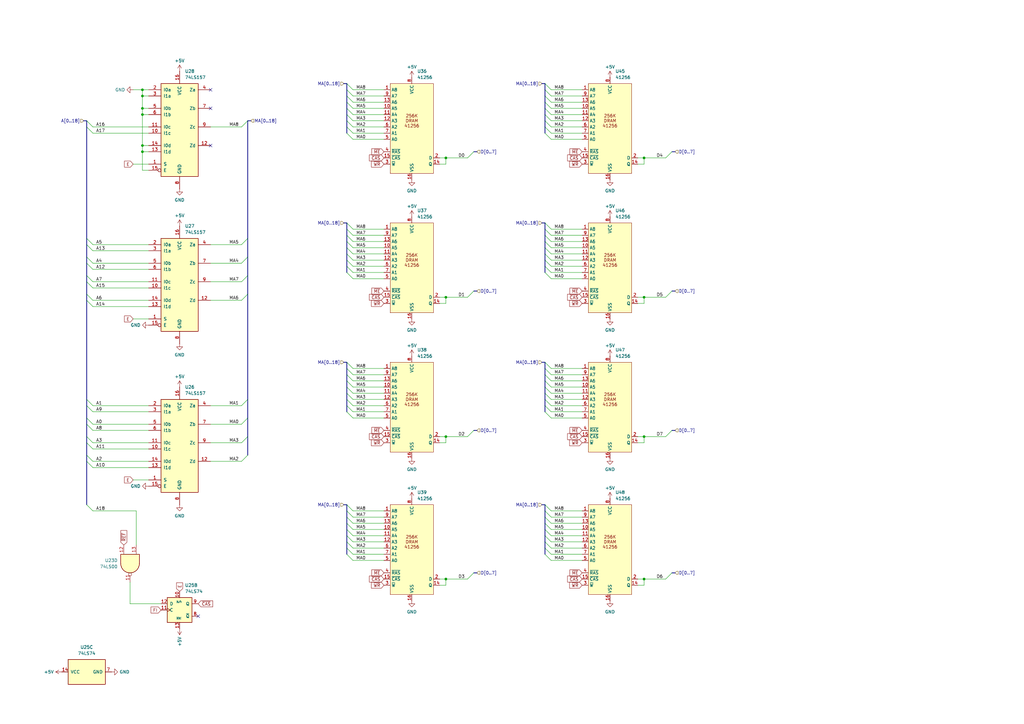
<source format=kicad_sch>
(kicad_sch (version 20231120) (generator "eeschema") (generator_version "8.0")
  (paper "A3")
  (lib_symbols
    (symbol "74xx:74LS00" (pin_names (offset 1.016))
      (property "Reference" "U" (at 0 1.27 0))
      (property "Value" "74LS00" (at 0 -1.27 0))
      (symbol "74LS00_1_1"
        (arc (start 0 -3.81) (mid 3.7934 0) (end 0 3.81) (stroke (width 0.254)) (fill (type background)))
        (polyline (pts (xy 0 3.81) (xy -3.81 3.81) (xy -3.81 -3.81) (xy 0 -3.81)) (stroke (width 0.254)) (fill (type background)))
        (pin input line (at -7.62 2.54 0) (length 3.81) (name "~") (number "1"))
        (pin input line (at -7.62 -2.54 0) (length 3.81) (name "~") (number "2"))
        (pin output inverted (at 7.62 0 180) (length 3.81) (name "~") (number "3"))
      )
      (symbol "74LS00_1_2"
        (arc (start -3.81 -3.81) (mid -2.589 0) (end -3.81 3.81) (stroke (width 0.254)))
        (arc (start -0.6096 -3.81) (mid 2.1842 -2.5851) (end 3.81 0) (stroke (width 0.254)) (fill (type background)))
        (polyline (pts (xy -3.81 -3.81) (xy -0.635 -3.81)) (stroke (width 0.254)) (fill (type background)))
        (polyline (pts (xy -3.81 3.81) (xy -0.635 3.81)) (stroke (width 0.254)) (fill (type background)))
        (polyline (pts (xy -0.635 3.81) (xy -3.81 3.81) (xy -3.81 3.81) (xy -3.556 3.4036) (xy -3.0226 2.2606) (xy -2.6924 1.0414) (xy -2.6162 -0.254) (xy -2.7686 -1.4986) (xy -3.175 -2.7178) (xy -3.81 -3.81) (xy -3.81 -3.81) (xy -0.635 -3.81)) (stroke (width -25.4)) (fill (type background)))
        (arc (start 3.81 0) (mid 2.1915 2.5936) (end -0.6096 3.81) (stroke (width 0.254)) (fill (type background)))
        (pin input inverted (at -7.62 2.54 0) (length 4.318) (name "~") (number "1"))
        (pin input inverted (at -7.62 -2.54 0) (length 4.318) (name "~") (number "2"))
        (pin output line (at 7.62 0 180) (length 3.81) (name "~") (number "3"))
      )
      (symbol "74LS00_2_1"
        (arc (start 0 -3.81) (mid 3.7934 0) (end 0 3.81) (stroke (width 0.254)) (fill (type background)))
        (polyline (pts (xy 0 3.81) (xy -3.81 3.81) (xy -3.81 -3.81) (xy 0 -3.81)) (stroke (width 0.254)) (fill (type background)))
        (pin input line (at -7.62 2.54 0) (length 3.81) (name "~") (number "4"))
        (pin input line (at -7.62 -2.54 0) (length 3.81) (name "~") (number "5"))
        (pin output inverted (at 7.62 0 180) (length 3.81) (name "~") (number "6"))
      )
      (symbol "74LS00_2_2"
        (arc (start -3.81 -3.81) (mid -2.589 0) (end -3.81 3.81) (stroke (width 0.254)))
        (arc (start -0.6096 -3.81) (mid 2.1842 -2.5851) (end 3.81 0) (stroke (width 0.254)) (fill (type background)))
        (polyline (pts (xy -3.81 -3.81) (xy -0.635 -3.81)) (stroke (width 0.254)) (fill (type background)))
        (polyline (pts (xy -3.81 3.81) (xy -0.635 3.81)) (stroke (width 0.254)) (fill (type background)))
        (polyline (pts (xy -0.635 3.81) (xy -3.81 3.81) (xy -3.81 3.81) (xy -3.556 3.4036) (xy -3.0226 2.2606) (xy -2.6924 1.0414) (xy -2.6162 -0.254) (xy -2.7686 -1.4986) (xy -3.175 -2.7178) (xy -3.81 -3.81) (xy -3.81 -3.81) (xy -0.635 -3.81)) (stroke (width -25.4)) (fill (type background)))
        (arc (start 3.81 0) (mid 2.1915 2.5936) (end -0.6096 3.81) (stroke (width 0.254)) (fill (type background)))
        (pin input inverted (at -7.62 2.54 0) (length 4.318) (name "~") (number "4"))
        (pin input inverted (at -7.62 -2.54 0) (length 4.318) (name "~") (number "5"))
        (pin output line (at 7.62 0 180) (length 3.81) (name "~") (number "6"))
      )
      (symbol "74LS00_3_1"
        (arc (start 0 -3.81) (mid 3.7934 0) (end 0 3.81) (stroke (width 0.254)) (fill (type background)))
        (polyline (pts (xy 0 3.81) (xy -3.81 3.81) (xy -3.81 -3.81) (xy 0 -3.81)) (stroke (width 0.254)) (fill (type background)))
        (pin input line (at -7.62 -2.54 0) (length 3.81) (name "~") (number "10"))
        (pin output inverted (at 7.62 0 180) (length 3.81) (name "~") (number "8"))
        (pin input line (at -7.62 2.54 0) (length 3.81) (name "~") (number "9"))
      )
      (symbol "74LS00_3_2"
        (arc (start -3.81 -3.81) (mid -2.589 0) (end -3.81 3.81) (stroke (width 0.254)))
        (arc (start -0.6096 -3.81) (mid 2.1842 -2.5851) (end 3.81 0) (stroke (width 0.254)) (fill (type background)))
        (polyline (pts (xy -3.81 -3.81) (xy -0.635 -3.81)) (stroke (width 0.254)) (fill (type background)))
        (polyline (pts (xy -3.81 3.81) (xy -0.635 3.81)) (stroke (width 0.254)) (fill (type background)))
        (polyline (pts (xy -0.635 3.81) (xy -3.81 3.81) (xy -3.81 3.81) (xy -3.556 3.4036) (xy -3.0226 2.2606) (xy -2.6924 1.0414) (xy -2.6162 -0.254) (xy -2.7686 -1.4986) (xy -3.175 -2.7178) (xy -3.81 -3.81) (xy -3.81 -3.81) (xy -0.635 -3.81)) (stroke (width -25.4)) (fill (type background)))
        (arc (start 3.81 0) (mid 2.1915 2.5936) (end -0.6096 3.81) (stroke (width 0.254)) (fill (type background)))
        (pin input inverted (at -7.62 -2.54 0) (length 4.318) (name "~") (number "10"))
        (pin output line (at 7.62 0 180) (length 3.81) (name "~") (number "8"))
        (pin input inverted (at -7.62 2.54 0) (length 4.318) (name "~") (number "9"))
      )
      (symbol "74LS00_4_1"
        (arc (start 0 -3.81) (mid 3.7934 0) (end 0 3.81) (stroke (width 0.254)) (fill (type background)))
        (polyline (pts (xy 0 3.81) (xy -3.81 3.81) (xy -3.81 -3.81) (xy 0 -3.81)) (stroke (width 0.254)) (fill (type background)))
        (pin output inverted (at 7.62 0 180) (length 3.81) (name "~") (number "11"))
        (pin input line (at -7.62 2.54 0) (length 3.81) (name "~") (number "12"))
        (pin input line (at -7.62 -2.54 0) (length 3.81) (name "~") (number "13"))
      )
      (symbol "74LS00_4_2"
        (arc (start -3.81 -3.81) (mid -2.589 0) (end -3.81 3.81) (stroke (width 0.254)))
        (arc (start -0.6096 -3.81) (mid 2.1842 -2.5851) (end 3.81 0) (stroke (width 0.254)) (fill (type background)))
        (polyline (pts (xy -3.81 -3.81) (xy -0.635 -3.81)) (stroke (width 0.254)) (fill (type background)))
        (polyline (pts (xy -3.81 3.81) (xy -0.635 3.81)) (stroke (width 0.254)) (fill (type background)))
        (polyline (pts (xy -0.635 3.81) (xy -3.81 3.81) (xy -3.81 3.81) (xy -3.556 3.4036) (xy -3.0226 2.2606) (xy -2.6924 1.0414) (xy -2.6162 -0.254) (xy -2.7686 -1.4986) (xy -3.175 -2.7178) (xy -3.81 -3.81) (xy -3.81 -3.81) (xy -0.635 -3.81)) (stroke (width -25.4)) (fill (type background)))
        (arc (start 3.81 0) (mid 2.1915 2.5936) (end -0.6096 3.81) (stroke (width 0.254)) (fill (type background)))
        (pin output line (at 7.62 0 180) (length 3.81) (name "~") (number "11"))
        (pin input inverted (at -7.62 2.54 0) (length 4.318) (name "~") (number "12"))
        (pin input inverted (at -7.62 -2.54 0) (length 4.318) (name "~") (number "13"))
      )
      (symbol "74LS00_5_0"
        (pin power_in line (at 0 12.7 270) (length 5.08) (name "VCC") (number "14"))
        (pin power_in line (at 0 -12.7 90) (length 5.08) (name "GND") (number "7"))
      )
      (symbol "74LS00_5_1"
        (rectangle (start -5.08 7.62) (end 5.08 -7.62) (stroke (width 0.254)) (fill (type background)))
      )
    )
    (symbol "74xx:74LS157" (pin_names (offset 1.016))
      (property "Reference" "U" (at -7.62 19.05 0))
      (property "Value" "74LS157" (at -7.62 -21.59 0))
      (symbol "74LS157_1_0"
        (pin input line (at -12.7 -15.24 0) (length 5.08) (name "S") (number "1"))
        (pin input line (at -12.7 -2.54 0) (length 5.08) (name "I1c") (number "10"))
        (pin input line (at -12.7 0 0) (length 5.08) (name "I0c") (number "11"))
        (pin output line (at 12.7 -7.62 180) (length 5.08) (name "Zd") (number "12"))
        (pin input line (at -12.7 -10.16 0) (length 5.08) (name "I1d") (number "13"))
        (pin input line (at -12.7 -7.62 0) (length 5.08) (name "I0d") (number "14"))
        (pin input inverted (at -12.7 -17.78 0) (length 5.08) (name "E") (number "15"))
        (pin power_in line (at 0 22.86 270) (length 5.08) (name "VCC") (number "16"))
        (pin input line (at -12.7 15.24 0) (length 5.08) (name "I0a") (number "2"))
        (pin input line (at -12.7 12.7 0) (length 5.08) (name "I1a") (number "3"))
        (pin output line (at 12.7 15.24 180) (length 5.08) (name "Za") (number "4"))
        (pin input line (at -12.7 7.62 0) (length 5.08) (name "I0b") (number "5"))
        (pin input line (at -12.7 5.08 0) (length 5.08) (name "I1b") (number "6"))
        (pin output line (at 12.7 7.62 180) (length 5.08) (name "Zb") (number "7"))
        (pin power_in line (at 0 -25.4 90) (length 5.08) (name "GND") (number "8"))
        (pin output line (at 12.7 0 180) (length 5.08) (name "Zc") (number "9"))
      )
      (symbol "74LS157_1_1"
        (rectangle (start -7.62 17.78) (end 7.62 -20.32) (stroke (width 0.254)) (fill (type background)))
      )
    )
    (symbol "74xx:74LS74" (pin_names (offset 1.016))
      (property "Reference" "U" (at -7.62 8.89 0))
      (property "Value" "74LS74" (at -7.62 -8.89 0))
      (symbol "74LS74_1_0"
        (pin input line (at 0 -7.62 90) (length 2.54) (name "~{R}") (number "1"))
        (pin input line (at -7.62 2.54 0) (length 2.54) (name "D") (number "2"))
        (pin input clock (at -7.62 0 0) (length 2.54) (name "C") (number "3"))
        (pin input line (at 0 7.62 270) (length 2.54) (name "~{S}") (number "4"))
        (pin output line (at 7.62 2.54 180) (length 2.54) (name "Q") (number "5"))
        (pin output line (at 7.62 -2.54 180) (length 2.54) (name "~{Q}") (number "6"))
      )
      (symbol "74LS74_1_1"
        (rectangle (start -5.08 5.08) (end 5.08 -5.08) (stroke (width 0.254)) (fill (type background)))
      )
      (symbol "74LS74_2_0"
        (pin input line (at 0 7.62 270) (length 2.54) (name "~{S}") (number "10"))
        (pin input clock (at -7.62 0 0) (length 2.54) (name "C") (number "11"))
        (pin input line (at -7.62 2.54 0) (length 2.54) (name "D") (number "12"))
        (pin input line (at 0 -7.62 90) (length 2.54) (name "~{R}") (number "13"))
        (pin output line (at 7.62 -2.54 180) (length 2.54) (name "~{Q}") (number "8"))
        (pin output line (at 7.62 2.54 180) (length 2.54) (name "Q") (number "9"))
      )
      (symbol "74LS74_2_1"
        (rectangle (start -5.08 5.08) (end 5.08 -5.08) (stroke (width 0.254)) (fill (type background)))
      )
      (symbol "74LS74_3_0"
        (pin power_in line (at 0 10.16 270) (length 2.54) (name "VCC") (number "14"))
        (pin power_in line (at 0 -10.16 90) (length 2.54) (name "GND") (number "7"))
      )
      (symbol "74LS74_3_1"
        (rectangle (start -5.08 7.62) (end 5.08 -7.62) (stroke (width 0.254)) (fill (type background)))
      )
    )
    (symbol "TIM011:41256"
      (property "Reference" "U" (at 0 -3.81 0))
      (property "Value" "41256" (at 0 -6.35 0))
      (symbol "41256_0_0"
        (pin input line (at -11.43 7.62 0) (length 2.54) (name "A5") (number "10"))
        (pin input line (at -11.43 5.08 0) (length 2.54) (name "A4") (number "11"))
        (pin input line (at -11.43 2.54 0) (length 2.54) (name "A3") (number "12"))
        (pin input line (at -11.43 10.16 0) (length 2.54) (name "A6") (number "13"))
        (pin power_in line (at 0 -21.59 90) (length 2.54) (name "VSS") (number "16"))
        (pin input line (at -11.43 -10.16 0) (length 2.54) (name "~{RAS}") (number "4"))
        (pin input line (at -11.43 -5.08 0) (length 2.54) (name "A0") (number "5"))
        (pin input line (at -11.43 0 0) (length 2.54) (name "A2") (number "6"))
        (pin input line (at -11.43 -2.54 0) (length 2.54) (name "A1") (number "7"))
        (pin power_in line (at 0 20.32 270) (length 2.54) (name "VCC") (number "8"))
        (pin input line (at -11.43 12.7 0) (length 2.54) (name "A7") (number "9"))
      )
      (symbol "41256_1_0"
        (pin input line (at -11.43 15.24 0) (length 2.54) (name "A8") (number "1"))
        (pin passive line (at 11.43 -15.24 180) (length 2.54) (name "Q") (number "14"))
        (pin input line (at -11.43 -12.7 0) (length 2.54) (name "~{CAS}") (number "15"))
        (pin input line (at 11.43 -12.7 180) (length 2.54) (name "D") (number "2"))
        (pin input line (at -11.43 -15.24 0) (length 2.54) (name "~{W}") (number "3"))
      )
      (symbol "41256_1_1"
        (rectangle (start -8.89 17.78) (end 8.89 -19.05) (fill (type background)))
        (text "256K\nDRAM\n41256" (at 0 2.54 0) (effects (font (size 1.27 1.27))))
      )
    )
    (symbol "power:+5V" (power) (pin_numbers hide) (pin_names (offset 0) hide)
      (property "Value" "+5V" (at 0 3.556 0))
      (symbol "+5V_0_1"
        (polyline (pts (xy -0.762 1.27) (xy 0 2.54)))
        (polyline (pts (xy 0 0) (xy 0 2.54)))
        (polyline (pts (xy 0 2.54) (xy 0.762 1.27)))
      )
      (symbol "+5V_1_1"
        (pin power_in line (at 0 0 90) (length 0) (name "~") (number "1"))
      )
    )
    (symbol "power:GND" (power) (pin_numbers hide) (pin_names (offset 0) hide)
      (property "Value" "GND" (at 0 -3.81 0))
      (symbol "GND_0_1"
        (polyline (pts (xy 0 0) (xy 0 -1.27) (xy 1.27 -1.27) (xy 0 -2.54) (xy -1.27 -1.27) (xy 0 -1.27)))
      )
      (symbol "GND_1_1"
        (pin power_in line (at 0 0 270) (length 0) (name "~") (number "1"))
      )
    )
  )
  (junction (at 58.42 36.83))
  (junction (at 58.42 44.45))
  (junction (at 182.88 237.49))
  (junction (at 182.88 121.92))
  (junction (at 58.42 46.99))
  (junction (at 58.42 62.23))
  (junction (at 264.16 179.07))
  (junction (at 58.42 39.37))
  (junction (at 264.16 237.49))
  (junction (at 182.88 179.07))
  (junction (at 182.88 64.77))
  (junction (at 264.16 121.92))
  (junction (at 264.16 64.77))
  (junction (at 58.42 59.69))
  (no_connect (at 86.36 36.83))
  (no_connect (at 81.28 252.73))
  (no_connect (at 86.36 59.69))
  (no_connect (at 86.36 44.45))
  (bus_entry (at 144.78 109.22) (size -2.54 -2.54))
  (bus_entry (at 226.06 36.83) (size -2.54 -2.54))
  (bus_entry (at 226.06 106.68) (size -2.54 -2.54))
  (bus_entry (at 144.78 227.33) (size -2.54 -2.54))
  (bus_entry (at 144.78 46.99) (size -2.54 -2.54))
  (bus_entry (at 144.78 114.3) (size -2.54 -2.54))
  (bus_entry (at 273.05 64.77) (size 2.54 -2.54))
  (bus_entry (at 226.06 44.45) (size -2.54 -2.54))
  (bus_entry (at 144.78 36.83) (size -2.54 -2.54))
  (bus_entry (at 226.06 163.83) (size -2.54 -2.54))
  (bus_entry (at 99.06 181.61) (size 2.54 -2.54))
  (bus_entry (at 191.77 64.77) (size 2.54 -2.54))
  (bus_entry (at 144.78 52.07) (size -2.54 -2.54))
  (bus_entry (at 144.78 168.91) (size -2.54 -2.54))
  (bus_entry (at 35.56 100.33) (size 2.54 2.54))
  (bus_entry (at 144.78 151.13) (size -2.54 -2.54))
  (bus_entry (at 144.78 222.25) (size -2.54 -2.54))
  (bus_entry (at 99.06 107.95) (size 2.54 -2.54))
  (bus_entry (at 226.06 171.45) (size -2.54 -2.54))
  (bus_entry (at 144.78 166.37) (size -2.54 -2.54))
  (bus_entry (at 144.78 54.61) (size -2.54 -2.54))
  (bus_entry (at 35.56 207.01) (size 2.54 2.54))
  (bus_entry (at 226.06 54.61) (size -2.54 -2.54))
  (bus_entry (at 226.06 224.79) (size -2.54 -2.54))
  (bus_entry (at 226.06 222.25) (size -2.54 -2.54))
  (bus_entry (at 273.05 121.92) (size 2.54 -2.54))
  (bus_entry (at 144.78 104.14) (size -2.54 -2.54))
  (bus_entry (at 99.06 100.33) (size 2.54 -2.54))
  (bus_entry (at 99.06 189.23) (size 2.54 -2.54))
  (bus_entry (at 35.56 181.61) (size 2.54 2.54))
  (bus_entry (at 35.56 173.99) (size 2.54 2.54))
  (bus_entry (at 226.06 104.14) (size -2.54 -2.54))
  (bus_entry (at 226.06 168.91) (size -2.54 -2.54))
  (bus_entry (at 226.06 209.55) (size -2.54 -2.54))
  (bus_entry (at 226.06 109.22) (size -2.54 -2.54))
  (bus_entry (at 144.78 161.29) (size -2.54 -2.54))
  (bus_entry (at 191.77 121.92) (size 2.54 -2.54))
  (bus_entry (at 226.06 39.37) (size -2.54 -2.54))
  (bus_entry (at 226.06 96.52) (size -2.54 -2.54))
  (bus_entry (at 144.78 217.17) (size -2.54 -2.54))
  (bus_entry (at 226.06 46.99) (size -2.54 -2.54))
  (bus_entry (at 144.78 158.75) (size -2.54 -2.54))
  (bus_entry (at 35.56 49.53) (size 2.54 2.54))
  (bus_entry (at 35.56 120.65) (size 2.54 2.54))
  (bus_entry (at 144.78 93.98) (size -2.54 -2.54))
  (bus_entry (at 144.78 106.68) (size -2.54 -2.54))
  (bus_entry (at 99.06 123.19) (size 2.54 -2.54))
  (bus_entry (at 144.78 163.83) (size -2.54 -2.54))
  (bus_entry (at 226.06 114.3) (size -2.54 -2.54))
  (bus_entry (at 226.06 219.71) (size -2.54 -2.54))
  (bus_entry (at 144.78 214.63) (size -2.54 -2.54))
  (bus_entry (at 144.78 219.71) (size -2.54 -2.54))
  (bus_entry (at 35.56 97.79) (size 2.54 2.54))
  (bus_entry (at 191.77 179.07) (size 2.54 -2.54))
  (bus_entry (at 226.06 99.06) (size -2.54 -2.54))
  (bus_entry (at 99.06 166.37) (size 2.54 -2.54))
  (bus_entry (at 35.56 105.41) (size 2.54 2.54))
  (bus_entry (at 35.56 166.37) (size 2.54 2.54))
  (bus_entry (at 226.06 156.21) (size -2.54 -2.54))
  (bus_entry (at 226.06 111.76) (size -2.54 -2.54))
  (bus_entry (at 226.06 153.67) (size -2.54 -2.54))
  (bus_entry (at 35.56 163.83) (size 2.54 2.54))
  (bus_entry (at 99.06 173.99) (size 2.54 -2.54))
  (bus_entry (at 35.56 186.69) (size 2.54 2.54))
  (bus_entry (at 35.56 107.95) (size 2.54 2.54))
  (bus_entry (at 191.77 237.49) (size 2.54 -2.54))
  (bus_entry (at 144.78 209.55) (size -2.54 -2.54))
  (bus_entry (at 226.06 229.87) (size -2.54 -2.54))
  (bus_entry (at 35.56 189.23) (size 2.54 2.54))
  (bus_entry (at 144.78 212.09) (size -2.54 -2.54))
  (bus_entry (at 99.06 52.07) (size 2.54 -2.54))
  (bus_entry (at 226.06 93.98) (size -2.54 -2.54))
  (bus_entry (at 144.78 156.21) (size -2.54 -2.54))
  (bus_entry (at 99.06 115.57) (size 2.54 -2.54))
  (bus_entry (at 226.06 57.15) (size -2.54 -2.54))
  (bus_entry (at 226.06 227.33) (size -2.54 -2.54))
  (bus_entry (at 144.78 224.79) (size -2.54 -2.54))
  (bus_entry (at 35.56 171.45) (size 2.54 2.54))
  (bus_entry (at 226.06 52.07) (size -2.54 -2.54))
  (bus_entry (at 144.78 41.91) (size -2.54 -2.54))
  (bus_entry (at 144.78 39.37) (size -2.54 -2.54))
  (bus_entry (at 226.06 212.09) (size -2.54 -2.54))
  (bus_entry (at 273.05 179.07) (size 2.54 -2.54))
  (bus_entry (at 226.06 217.17) (size -2.54 -2.54))
  (bus_entry (at 35.56 179.07) (size 2.54 2.54))
  (bus_entry (at 35.56 123.19) (size 2.54 2.54))
  (bus_entry (at 144.78 229.87) (size -2.54 -2.54))
  (bus_entry (at 226.06 161.29) (size -2.54 -2.54))
  (bus_entry (at 35.56 52.07) (size 2.54 2.54))
  (bus_entry (at 226.06 214.63) (size -2.54 -2.54))
  (bus_entry (at 144.78 57.15) (size -2.54 -2.54))
  (bus_entry (at 226.06 151.13) (size -2.54 -2.54))
  (bus_entry (at 226.06 158.75) (size -2.54 -2.54))
  (bus_entry (at 35.56 113.03) (size 2.54 2.54))
  (bus_entry (at 35.56 115.57) (size 2.54 2.54))
  (bus_entry (at 144.78 49.53) (size -2.54 -2.54))
  (bus_entry (at 144.78 153.67) (size -2.54 -2.54))
  (bus_entry (at 226.06 166.37) (size -2.54 -2.54))
  (bus_entry (at 226.06 41.91) (size -2.54 -2.54))
  (bus_entry (at 144.78 99.06) (size -2.54 -2.54))
  (bus_entry (at 144.78 111.76) (size -2.54 -2.54))
  (bus_entry (at 144.78 101.6) (size -2.54 -2.54))
  (bus_entry (at 144.78 96.52) (size -2.54 -2.54))
  (bus_entry (at 144.78 44.45) (size -2.54 -2.54))
  (bus_entry (at 144.78 171.45) (size -2.54 -2.54))
  (bus_entry (at 273.05 237.49) (size 2.54 -2.54))
  (bus_entry (at 226.06 49.53) (size -2.54 -2.54))
  (bus_entry (at 226.06 101.6) (size -2.54 -2.54))
  (wire (pts (xy 261.62 121.92) (xy 264.16 121.92)))
  (bus (pts (xy 35.56 120.65) (xy 35.56 123.19)))
  (wire (pts (xy 86.36 52.07) (xy 99.06 52.07)))
  (wire (pts (xy 238.76 41.91) (xy 226.06 41.91)))
  (wire (pts (xy 60.96 69.85) (xy 58.42 69.85)))
  (bus (pts (xy 142.24 104.14) (xy 142.24 106.68)))
  (bus (pts (xy 35.56 123.19) (xy 35.56 163.83)))
  (wire (pts (xy 264.16 67.31) (xy 264.16 64.77)))
  (bus (pts (xy 142.24 209.55) (xy 142.24 212.09)))
  (wire (pts (xy 58.42 44.45) (xy 58.42 39.37)))
  (wire (pts (xy 182.88 179.07) (xy 191.77 179.07)))
  (wire (pts (xy 58.42 46.99) (xy 60.96 46.99)))
  (bus (pts (xy 142.24 91.44) (xy 142.24 93.98)))
  (wire (pts (xy 157.48 57.15) (xy 144.78 57.15)))
  (wire (pts (xy 38.1 100.33) (xy 60.96 100.33)))
  (wire (pts (xy 157.48 111.76) (xy 144.78 111.76)))
  (bus (pts (xy 142.24 39.37) (xy 142.24 41.91)))
  (wire (pts (xy 157.48 93.98) (xy 144.78 93.98)))
  (bus (pts (xy 223.52 151.13) (xy 223.52 153.67)))
  (bus (pts (xy 142.24 101.6) (xy 142.24 104.14)))
  (wire (pts (xy 38.1 191.77) (xy 60.96 191.77)))
  (wire (pts (xy 157.48 163.83) (xy 144.78 163.83)))
  (bus (pts (xy 222.25 207.01) (xy 223.52 207.01)))
  (wire (pts (xy 238.76 214.63) (xy 226.06 214.63)))
  (wire (pts (xy 238.76 46.99) (xy 226.06 46.99)))
  (bus (pts (xy 223.52 214.63) (xy 223.52 217.17)))
  (wire (pts (xy 238.76 106.68) (xy 226.06 106.68)))
  (bus (pts (xy 35.56 115.57) (xy 35.56 120.65)))
  (bus (pts (xy 35.56 181.61) (xy 35.56 186.69)))
  (wire (pts (xy 157.48 44.45) (xy 144.78 44.45)))
  (wire (pts (xy 54.61 196.85) (xy 60.96 196.85)))
  (bus (pts (xy 35.56 105.41) (xy 35.56 107.95)))
  (wire (pts (xy 238.76 217.17) (xy 226.06 217.17)))
  (wire (pts (xy 157.48 217.17) (xy 144.78 217.17)))
  (bus (pts (xy 35.56 113.03) (xy 35.56 115.57)))
  (bus (pts (xy 101.6 113.03) (xy 101.6 120.65)))
  (wire (pts (xy 238.76 57.15) (xy 226.06 57.15)))
  (bus (pts (xy 223.52 96.52) (xy 223.52 99.06)))
  (wire (pts (xy 157.48 101.6) (xy 144.78 101.6)))
  (wire (pts (xy 38.1 209.55) (xy 55.88 209.55)))
  (bus (pts (xy 142.24 207.01) (xy 142.24 209.55)))
  (wire (pts (xy 86.36 173.99) (xy 99.06 173.99)))
  (wire (pts (xy 238.76 44.45) (xy 226.06 44.45)))
  (wire (pts (xy 180.34 179.07) (xy 182.88 179.07)))
  (wire (pts (xy 261.62 179.07) (xy 264.16 179.07)))
  (bus (pts (xy 223.52 109.22) (xy 223.52 111.76)))
  (wire (pts (xy 55.88 209.55) (xy 55.88 223.52)))
  (wire (pts (xy 58.42 59.69) (xy 60.96 59.69)))
  (bus (pts (xy 223.52 46.99) (xy 223.52 49.53)))
  (bus (pts (xy 142.24 44.45) (xy 142.24 46.99)))
  (bus (pts (xy 101.6 171.45) (xy 101.6 179.07)))
  (wire (pts (xy 157.48 151.13) (xy 144.78 151.13)))
  (bus (pts (xy 194.31 119.38) (xy 195.58 119.38)))
  (wire (pts (xy 238.76 168.91) (xy 226.06 168.91)))
  (wire (pts (xy 38.1 176.53) (xy 60.96 176.53)))
  (wire (pts (xy 58.42 39.37) (xy 60.96 39.37)))
  (bus (pts (xy 35.56 186.69) (xy 35.56 189.23)))
  (wire (pts (xy 86.36 166.37) (xy 99.06 166.37)))
  (wire (pts (xy 38.1 125.73) (xy 60.96 125.73)))
  (wire (pts (xy 182.88 124.46) (xy 182.88 121.92)))
  (bus (pts (xy 35.56 49.53) (xy 35.56 52.07)))
  (wire (pts (xy 38.1 168.91) (xy 60.96 168.91)))
  (bus (pts (xy 223.52 217.17) (xy 223.52 219.71)))
  (wire (pts (xy 38.1 102.87) (xy 60.96 102.87)))
  (wire (pts (xy 182.88 237.49) (xy 191.77 237.49)))
  (bus (pts (xy 223.52 99.06) (xy 223.52 101.6)))
  (wire (pts (xy 261.62 181.61) (xy 264.16 181.61)))
  (wire (pts (xy 58.42 62.23) (xy 58.42 59.69)))
  (wire (pts (xy 54.61 130.81) (xy 60.96 130.81)))
  (bus (pts (xy 223.52 166.37) (xy 223.52 168.91)))
  (wire (pts (xy 157.48 229.87) (xy 144.78 229.87)))
  (bus (pts (xy 101.6 179.07) (xy 101.6 186.69)))
  (wire (pts (xy 238.76 166.37) (xy 226.06 166.37)))
  (wire (pts (xy 86.36 115.57) (xy 99.06 115.57)))
  (bus (pts (xy 35.56 179.07) (xy 35.56 181.61)))
  (bus (pts (xy 142.24 52.07) (xy 142.24 54.61)))
  (wire (pts (xy 180.34 121.92) (xy 182.88 121.92)))
  (wire (pts (xy 157.48 161.29) (xy 144.78 161.29)))
  (wire (pts (xy 182.88 181.61) (xy 182.88 179.07)))
  (bus (pts (xy 142.24 163.83) (xy 142.24 166.37)))
  (bus (pts (xy 142.24 217.17) (xy 142.24 219.71)))
  (bus (pts (xy 223.52 209.55) (xy 223.52 212.09)))
  (bus (pts (xy 223.52 153.67) (xy 223.52 156.21)))
  (wire (pts (xy 180.34 64.77) (xy 182.88 64.77)))
  (wire (pts (xy 238.76 161.29) (xy 226.06 161.29)))
  (wire (pts (xy 58.42 36.83) (xy 60.96 36.83)))
  (bus (pts (xy 142.24 166.37) (xy 142.24 168.91)))
  (wire (pts (xy 238.76 229.87) (xy 226.06 229.87)))
  (bus (pts (xy 101.6 105.41) (xy 101.6 113.03)))
  (bus (pts (xy 275.59 62.23) (xy 276.86 62.23)))
  (wire (pts (xy 38.1 173.99) (xy 60.96 173.99)))
  (wire (pts (xy 261.62 67.31) (xy 264.16 67.31)))
  (wire (pts (xy 238.76 151.13) (xy 226.06 151.13)))
  (bus (pts (xy 194.31 234.95) (xy 195.58 234.95)))
  (bus (pts (xy 140.97 91.44) (xy 142.24 91.44)))
  (bus (pts (xy 194.31 176.53) (xy 195.58 176.53)))
  (wire (pts (xy 238.76 227.33) (xy 226.06 227.33)))
  (wire (pts (xy 264.16 181.61) (xy 264.16 179.07)))
  (wire (pts (xy 238.76 156.21) (xy 226.06 156.21)))
  (wire (pts (xy 157.48 166.37) (xy 144.78 166.37)))
  (wire (pts (xy 264.16 121.92) (xy 273.05 121.92)))
  (wire (pts (xy 238.76 163.83) (xy 226.06 163.83)))
  (bus (pts (xy 223.52 148.59) (xy 223.52 151.13)))
  (bus (pts (xy 275.59 119.38) (xy 276.86 119.38)))
  (bus (pts (xy 223.52 52.07) (xy 223.52 54.61)))
  (wire (pts (xy 180.34 181.61) (xy 182.88 181.61)))
  (wire (pts (xy 157.48 224.79) (xy 144.78 224.79)))
  (wire (pts (xy 238.76 153.67) (xy 226.06 153.67)))
  (bus (pts (xy 142.24 214.63) (xy 142.24 217.17)))
  (wire (pts (xy 238.76 49.53) (xy 226.06 49.53)))
  (wire (pts (xy 157.48 36.83) (xy 144.78 36.83)))
  (bus (pts (xy 222.25 34.29) (xy 223.52 34.29)))
  (bus (pts (xy 223.52 49.53) (xy 223.52 52.07)))
  (wire (pts (xy 261.62 237.49) (xy 264.16 237.49)))
  (bus (pts (xy 142.24 36.83) (xy 142.24 39.37)))
  (bus (pts (xy 35.56 163.83) (xy 35.56 166.37)))
  (bus (pts (xy 140.97 148.59) (xy 142.24 148.59)))
  (bus (pts (xy 35.56 171.45) (xy 35.56 173.99)))
  (bus (pts (xy 223.52 106.68) (xy 223.52 109.22)))
  (wire (pts (xy 86.36 100.33) (xy 99.06 100.33)))
  (bus (pts (xy 223.52 158.75) (xy 223.52 161.29)))
  (wire (pts (xy 238.76 36.83) (xy 226.06 36.83)))
  (wire (pts (xy 238.76 39.37) (xy 226.06 39.37)))
  (wire (pts (xy 58.42 62.23) (xy 60.96 62.23)))
  (wire (pts (xy 38.1 110.49) (xy 60.96 110.49)))
  (wire (pts (xy 157.48 114.3) (xy 144.78 114.3)))
  (wire (pts (xy 157.48 106.68) (xy 144.78 106.68)))
  (bus (pts (xy 223.52 93.98) (xy 223.52 96.52)))
  (wire (pts (xy 180.34 237.49) (xy 182.88 237.49)))
  (wire (pts (xy 180.34 124.46) (xy 182.88 124.46)))
  (wire (pts (xy 157.48 158.75) (xy 144.78 158.75)))
  (bus (pts (xy 101.6 120.65) (xy 101.6 163.83)))
  (bus (pts (xy 275.59 176.53) (xy 276.86 176.53)))
  (bus (pts (xy 142.24 49.53) (xy 142.24 52.07)))
  (wire (pts (xy 238.76 96.52) (xy 226.06 96.52)))
  (bus (pts (xy 35.56 97.79) (xy 35.56 100.33)))
  (wire (pts (xy 238.76 109.22) (xy 226.06 109.22)))
  (wire (pts (xy 86.36 189.23) (xy 99.06 189.23)))
  (bus (pts (xy 142.24 161.29) (xy 142.24 163.83)))
  (wire (pts (xy 54.61 36.83) (xy 58.42 36.83)))
  (bus (pts (xy 35.56 52.07) (xy 35.56 97.79)))
  (wire (pts (xy 157.48 212.09) (xy 144.78 212.09)))
  (bus (pts (xy 142.24 153.67) (xy 142.24 156.21)))
  (wire (pts (xy 238.76 209.55) (xy 226.06 209.55)))
  (bus (pts (xy 140.97 34.29) (xy 142.24 34.29)))
  (bus (pts (xy 223.52 161.29) (xy 223.52 163.83)))
  (wire (pts (xy 182.88 240.03) (xy 182.88 237.49)))
  (bus (pts (xy 223.52 163.83) (xy 223.52 166.37)))
  (wire (pts (xy 264.16 240.03) (xy 264.16 237.49)))
  (wire (pts (xy 238.76 101.6) (xy 226.06 101.6)))
  (bus (pts (xy 194.31 62.23) (xy 195.58 62.23)))
  (wire (pts (xy 157.48 39.37) (xy 144.78 39.37)))
  (bus (pts (xy 142.24 46.99) (xy 142.24 49.53)))
  (wire (pts (xy 86.36 107.95) (xy 99.06 107.95)))
  (wire (pts (xy 157.48 227.33) (xy 144.78 227.33)))
  (wire (pts (xy 157.48 49.53) (xy 144.78 49.53)))
  (wire (pts (xy 261.62 64.77) (xy 264.16 64.77)))
  (wire (pts (xy 182.88 121.92) (xy 191.77 121.92)))
  (bus (pts (xy 101.6 49.53) (xy 101.6 97.79)))
  (bus (pts (xy 142.24 222.25) (xy 142.24 224.79)))
  (wire (pts (xy 38.1 52.07) (xy 60.96 52.07)))
  (wire (pts (xy 58.42 39.37) (xy 58.42 36.83)))
  (wire (pts (xy 238.76 99.06) (xy 226.06 99.06)))
  (wire (pts (xy 58.42 59.69) (xy 58.42 46.99)))
  (wire (pts (xy 157.48 156.21) (xy 144.78 156.21)))
  (wire (pts (xy 238.76 54.61) (xy 226.06 54.61)))
  (wire (pts (xy 157.48 46.99) (xy 144.78 46.99)))
  (bus (pts (xy 102.87 49.53) (xy 101.6 49.53)))
  (wire (pts (xy 264.16 64.77) (xy 273.05 64.77)))
  (wire (pts (xy 238.76 114.3) (xy 226.06 114.3)))
  (wire (pts (xy 86.36 181.61) (xy 99.06 181.61)))
  (bus (pts (xy 35.56 100.33) (xy 35.56 105.41)))
  (bus (pts (xy 140.97 207.01) (xy 142.24 207.01)))
  (bus (pts (xy 223.52 101.6) (xy 223.52 104.14)))
  (wire (pts (xy 157.48 52.07) (xy 144.78 52.07)))
  (bus (pts (xy 142.24 212.09) (xy 142.24 214.63)))
  (bus (pts (xy 223.52 104.14) (xy 223.52 106.68)))
  (bus (pts (xy 35.56 189.23) (xy 35.56 207.01)))
  (wire (pts (xy 157.48 104.14) (xy 144.78 104.14)))
  (wire (pts (xy 38.1 123.19) (xy 60.96 123.19)))
  (wire (pts (xy 238.76 224.79) (xy 226.06 224.79)))
  (wire (pts (xy 38.1 184.15) (xy 60.96 184.15)))
  (wire (pts (xy 38.1 115.57) (xy 60.96 115.57)))
  (wire (pts (xy 157.48 209.55) (xy 144.78 209.55)))
  (bus (pts (xy 142.24 99.06) (xy 142.24 101.6)))
  (wire (pts (xy 58.42 69.85) (xy 58.42 62.23)))
  (wire (pts (xy 157.48 54.61) (xy 144.78 54.61)))
  (wire (pts (xy 86.36 123.19) (xy 99.06 123.19)))
  (wire (pts (xy 58.42 44.45) (xy 60.96 44.45)))
  (wire (pts (xy 38.1 166.37) (xy 60.96 166.37)))
  (wire (pts (xy 238.76 212.09) (xy 226.06 212.09)))
  (wire (pts (xy 238.76 93.98) (xy 226.06 93.98)))
  (wire (pts (xy 261.62 240.03) (xy 264.16 240.03)))
  (wire (pts (xy 157.48 109.22) (xy 144.78 109.22)))
  (bus (pts (xy 223.52 224.79) (xy 223.52 227.33)))
  (bus (pts (xy 223.52 91.44) (xy 223.52 93.98)))
  (wire (pts (xy 157.48 219.71) (xy 144.78 219.71)))
  (bus (pts (xy 223.52 219.71) (xy 223.52 222.25)))
  (wire (pts (xy 180.34 67.31) (xy 182.88 67.31)))
  (wire (pts (xy 157.48 96.52) (xy 144.78 96.52)))
  (wire (pts (xy 180.34 240.03) (xy 182.88 240.03)))
  (bus (pts (xy 275.59 234.95) (xy 276.86 234.95)))
  (wire (pts (xy 264.16 179.07) (xy 273.05 179.07)))
  (wire (pts (xy 38.1 181.61) (xy 60.96 181.61)))
  (wire (pts (xy 54.61 67.31) (xy 60.96 67.31)))
  (wire (pts (xy 157.48 214.63) (xy 144.78 214.63)))
  (bus (pts (xy 142.24 41.91) (xy 142.24 44.45)))
  (bus (pts (xy 222.25 91.44) (xy 223.52 91.44)))
  (bus (pts (xy 34.29 49.53) (xy 35.56 49.53)))
  (wire (pts (xy 238.76 222.25) (xy 226.06 222.25)))
  (wire (pts (xy 238.76 52.07) (xy 226.06 52.07)))
  (bus (pts (xy 223.52 222.25) (xy 223.52 224.79)))
  (wire (pts (xy 182.88 67.31) (xy 182.88 64.77)))
  (wire (pts (xy 58.42 46.99) (xy 58.42 44.45)))
  (wire (pts (xy 182.88 64.77) (xy 191.77 64.77)))
  (bus (pts (xy 142.24 93.98) (xy 142.24 96.52)))
  (wire (pts (xy 38.1 189.23) (xy 60.96 189.23)))
  (bus (pts (xy 223.52 34.29) (xy 223.52 36.83)))
  (bus (pts (xy 142.24 158.75) (xy 142.24 161.29)))
  (bus (pts (xy 142.24 156.21) (xy 142.24 158.75)))
  (bus (pts (xy 142.24 96.52) (xy 142.24 99.06)))
  (wire (pts (xy 38.1 54.61) (xy 60.96 54.61)))
  (bus (pts (xy 223.52 212.09) (xy 223.52 214.63)))
  (wire (pts (xy 238.76 171.45) (xy 226.06 171.45)))
  (bus (pts (xy 142.24 224.79) (xy 142.24 227.33)))
  (wire (pts (xy 264.16 237.49) (xy 273.05 237.49)))
  (wire (pts (xy 238.76 111.76) (xy 226.06 111.76)))
  (wire (pts (xy 261.62 124.46) (xy 264.16 124.46)))
  (wire (pts (xy 157.48 153.67) (xy 144.78 153.67)))
  (bus (pts (xy 142.24 148.59) (xy 142.24 151.13)))
  (wire (pts (xy 157.48 41.91) (xy 144.78 41.91)))
  (bus (pts (xy 142.24 34.29) (xy 142.24 36.83)))
  (bus (pts (xy 142.24 151.13) (xy 142.24 153.67)))
  (wire (pts (xy 238.76 219.71) (xy 226.06 219.71)))
  (bus (pts (xy 223.52 44.45) (xy 223.52 46.99)))
  (bus (pts (xy 222.25 148.59) (xy 223.52 148.59)))
  (wire (pts (xy 38.1 107.95) (xy 60.96 107.95)))
  (bus (pts (xy 101.6 97.79) (xy 101.6 105.41)))
  (bus (pts (xy 35.56 173.99) (xy 35.56 179.07)))
  (bus (pts (xy 142.24 109.22) (xy 142.24 111.76)))
  (bus (pts (xy 35.56 107.95) (xy 35.56 113.03)))
  (wire (pts (xy 157.48 222.25) (xy 144.78 222.25)))
  (wire (pts (xy 53.34 247.65) (xy 66.04 247.65)))
  (wire (pts (xy 157.48 168.91) (xy 144.78 168.91)))
  (wire (pts (xy 157.48 171.45) (xy 144.78 171.45)))
  (wire (pts (xy 38.1 118.11) (xy 60.96 118.11)))
  (bus (pts (xy 223.52 156.21) (xy 223.52 158.75)))
  (bus (pts (xy 223.52 207.01) (xy 223.52 209.55)))
  (bus (pts (xy 223.52 41.91) (xy 223.52 44.45)))
  (wire (pts (xy 53.34 238.76) (xy 53.34 247.65)))
  (bus (pts (xy 223.52 36.83) (xy 223.52 39.37)))
  (bus (pts (xy 223.52 39.37) (xy 223.52 41.91)))
  (wire (pts (xy 238.76 158.75) (xy 226.06 158.75)))
  (wire (pts (xy 238.76 104.14) (xy 226.06 104.14)))
  (bus (pts (xy 101.6 163.83) (xy 101.6 171.45)))
  (wire (pts (xy 157.48 99.06) (xy 144.78 99.06)))
  (bus (pts (xy 142.24 219.71) (xy 142.24 222.25)))
  (bus (pts (xy 35.56 166.37) (xy 35.56 171.45)))
  (bus (pts (xy 142.24 106.68) (xy 142.24 109.22)))
  (wire (pts (xy 264.16 124.46) (xy 264.16 121.92)))
  (label "A12" (at 39.37 110.49 0))
  (label "MA6" (at 227.33 156.21 0))
  (label "MA4" (at 146.05 104.14 0))
  (label "MA6" (at 227.33 214.63 0))
  (label "MA2" (at 227.33 224.79 0))
  (label "MA6" (at 93.98 123.19 0))
  (label "MA0" (at 146.05 171.45 0))
  (label "MA3" (at 93.98 181.61 0))
  (label "MA7" (at 93.98 115.57 0))
  (label "MA1" (at 227.33 227.33 0))
  (label "MA0" (at 146.05 229.87 0))
  (label "MA7" (at 227.33 39.37 0))
  (label "MA3" (at 146.05 222.25 0))
  (label "MA6" (at 146.05 156.21 0))
  (label "D3" (at 187.96 237.49 0))
  (label "D1" (at 187.96 121.92 0))
  (label "MA3" (at 227.33 106.68 0))
  (label "MA4" (at 227.33 219.71 0))
  (label "MA8" (at 146.05 93.98 0))
  (label "A11" (at 39.37 184.15 0))
  (label "MA1" (at 227.33 168.91 0))
  (label "MA2" (at 93.98 189.23 0))
  (label "A16" (at 39.37 52.07 0))
  (label "A3" (at 39.37 181.61 0))
  (label "MA2" (at 227.33 109.22 0))
  (label "MA5" (at 227.33 158.75 0))
  (label "MA6" (at 227.33 41.91 0))
  (label "MA5" (at 93.98 100.33 0))
  (label "MA7" (at 227.33 212.09 0))
  (label "MA6" (at 227.33 99.06 0))
  (label "MA7" (at 146.05 153.67 0))
  (label "MA3" (at 227.33 49.53 0))
  (label "MA4" (at 146.05 46.99 0))
  (label "A13" (at 39.37 102.87 0))
  (label "MA4" (at 146.05 161.29 0))
  (label "D4" (at 269.24 64.77 0))
  (label "MA0" (at 227.33 229.87 0))
  (label "MA2" (at 146.05 166.37 0))
  (label "MA7" (at 146.05 96.52 0))
  (label "MA8" (at 146.05 151.13 0))
  (label "MA3" (at 227.33 163.83 0))
  (label "MA5" (at 227.33 44.45 0))
  (label "MA2" (at 227.33 52.07 0))
  (label "MA5" (at 146.05 158.75 0))
  (label "MA8" (at 227.33 151.13 0))
  (label "MA8" (at 93.98 52.07 0))
  (label "D7" (at 269.24 179.07 0))
  (label "MA5" (at 146.05 44.45 0))
  (label "MA0" (at 146.05 114.3 0))
  (label "MA1" (at 227.33 111.76 0))
  (label "A18" (at 39.37 209.55 0))
  (label "MA4" (at 93.98 107.95 0))
  (label "MA3" (at 146.05 106.68 0))
  (label "D5" (at 269.24 121.92 0))
  (label "MA6" (at 146.05 99.06 0))
  (label "MA0" (at 146.05 57.15 0))
  (label "MA1" (at 227.33 54.61 0))
  (label "MA1" (at 146.05 111.76 0))
  (label "MA7" (at 146.05 212.09 0))
  (label "MA3" (at 146.05 49.53 0))
  (label "MA4" (at 146.05 219.71 0))
  (label "A8" (at 39.37 176.53 0))
  (label "A5" (at 39.37 100.33 0))
  (label "MA7" (at 146.05 39.37 0))
  (label "A1" (at 39.37 166.37 0))
  (label "MA7" (at 227.33 153.67 0))
  (label "MA5" (at 146.05 101.6 0))
  (label "MA2" (at 146.05 224.79 0))
  (label "MA0" (at 93.98 173.99 0))
  (label "A17" (at 39.37 54.61 0))
  (label "A14" (at 39.37 125.73 0))
  (label "A4" (at 39.37 107.95 0))
  (label "MA8" (at 227.33 93.98 0))
  (label "A15" (at 39.37 118.11 0))
  (label "MA5" (at 146.05 217.17 0))
  (label "MA4" (at 227.33 104.14 0))
  (label "A6" (at 39.37 123.19 0))
  (label "MA6" (at 146.05 214.63 0))
  (label "MA2" (at 146.05 109.22 0))
  (label "MA5" (at 227.33 217.17 0))
  (label "D2" (at 187.96 179.07 0))
  (label "MA2" (at 227.33 166.37 0))
  (label "D0" (at 187.96 64.77 0))
  (label "MA4" (at 227.33 161.29 0))
  (label "A2" (at 39.37 189.23 0))
  (label "MA1" (at 146.05 227.33 0))
  (label "MA8" (at 146.05 36.83 0))
  (label "MA3" (at 146.05 163.83 0))
  (label "MA1" (at 93.98 166.37 0))
  (label "MA8" (at 227.33 209.55 0))
  (label "MA0" (at 227.33 171.45 0))
  (label "MA1" (at 146.05 168.91 0))
  (label "MA6" (at 146.05 41.91 0))
  (label "MA0" (at 227.33 57.15 0))
  (label "MA4" (at 227.33 46.99 0))
  (label "A0" (at 39.37 173.99 0))
  (label "MA3" (at 227.33 222.25 0))
  (label "MA1" (at 146.05 54.61 0))
  (label "A10" (at 39.37 191.77 0))
  (label "A9" (at 39.37 168.91 0))
  (label "MA8" (at 146.05 209.55 0))
  (label "MA8" (at 227.33 36.83 0))
  (label "MA5" (at 227.33 101.6 0))
  (label "D6" (at 269.24 237.49 0))
  (label "A7" (at 39.37 115.57 0))
  (label "MA2" (at 146.05 52.07 0))
  (label "MA7" (at 227.33 96.52 0))
  (label "MA0" (at 227.33 114.3 0))
  (global_label "~{WR}" (shape input) (at 238.76 181.61 180) (property "Intersheetrefs" "${INTERSHEET_REFS}" (effects (hide yes))))
  (global_label "~{CAS}" (shape input) (at 238.76 179.07 180) (property "Intersheetrefs" "${INTERSHEET_REFS}" (effects (hide yes))))
  (global_label "~{CAS}" (shape input) (at 157.48 121.92 180) (property "Intersheetrefs" "${INTERSHEET_REFS}" (effects (hide yes))))
  (global_label "~{ME}" (shape input) (at 157.48 119.38 180) (property "Intersheetrefs" "${INTERSHEET_REFS}" (effects (hide yes))))
  (global_label "~{ME}" (shape input) (at 157.48 62.23 180) (property "Intersheetrefs" "${INTERSHEET_REFS}" (effects (hide yes))))
  (global_label "~{CAS}" (shape input) (at 81.28 247.65 0) (property "Intersheetrefs" "${INTERSHEET_REFS}" (effects (hide yes))))
  (global_label "~{ME}" (shape input) (at 157.48 176.53 180) (property "Intersheetrefs" "${INTERSHEET_REFS}" (effects (hide yes))))
  (global_label "~{WR}" (shape input) (at 238.76 67.31 180) (property "Intersheetrefs" "${INTERSHEET_REFS}" (effects (hide yes))))
  (global_label "~{CAS}" (shape input) (at 157.48 237.49 180) (property "Intersheetrefs" "${INTERSHEET_REFS}" (effects (hide yes))))
  (global_label "FI" (shape input) (at 66.04 250.19 180) (property "Intersheetrefs" "${INTERSHEET_REFS}" (effects (hide yes))))
  (global_label "~{WR}" (shape input) (at 157.48 240.03 180) (property "Intersheetrefs" "${INTERSHEET_REFS}" (effects (hide yes))))
  (global_label "~{CAS}" (shape input) (at 157.48 179.07 180) (property "Intersheetrefs" "${INTERSHEET_REFS}" (effects (hide yes))))
  (global_label "~{ME}" (shape input) (at 157.48 234.95 180) (property "Intersheetrefs" "${INTERSHEET_REFS}" (effects (hide yes))))
  (global_label "E" (shape input) (at 73.66 242.57 90) (property "Intersheetrefs" "${INTERSHEET_REFS}" (effects (hide yes))))
  (global_label "~{ME}" (shape input) (at 238.76 62.23 180) (property "Intersheetrefs" "${INTERSHEET_REFS}" (effects (hide yes))))
  (global_label "~{CAS}" (shape input) (at 238.76 64.77 180) (property "Intersheetrefs" "${INTERSHEET_REFS}" (effects (hide yes))))
  (global_label "~{CAS}" (shape input) (at 157.48 64.77 180) (property "Intersheetrefs" "${INTERSHEET_REFS}" (effects (hide yes))))
  (global_label "~{ME}" (shape input) (at 238.76 176.53 180) (property "Intersheetrefs" "${INTERSHEET_REFS}" (effects (hide yes))))
  (global_label "E" (shape input) (at 54.61 196.85 180) (property "Intersheetrefs" "${INTERSHEET_REFS}" (effects (hide yes))))
  (global_label "~{WR}" (shape input) (at 157.48 67.31 180) (property "Intersheetrefs" "${INTERSHEET_REFS}" (effects (hide yes))))
  (global_label "~{ME}" (shape input) (at 238.76 119.38 180) (property "Intersheetrefs" "${INTERSHEET_REFS}" (effects (hide yes))))
  (global_label "~{WR}" (shape input) (at 238.76 240.03 180) (property "Intersheetrefs" "${INTERSHEET_REFS}" (effects (hide yes))))
  (global_label "~{ME}" (shape input) (at 238.76 234.95 180) (property "Intersheetrefs" "${INTERSHEET_REFS}" (effects (hide yes))))
  (global_label "E" (shape input) (at 54.61 130.81 180) (property "Intersheetrefs" "${INTERSHEET_REFS}" (effects (hide yes))))
  (global_label "~{REF}" (shape input) (at 50.8 223.52 90) (property "Intersheetrefs" "${INTERSHEET_REFS}" (effects (hide yes))))
  (global_label "~{WR}" (shape input) (at 157.48 181.61 180) (property "Intersheetrefs" "${INTERSHEET_REFS}" (effects (hide yes))))
  (global_label "~{CAS}" (shape input) (at 238.76 121.92 180) (property "Intersheetrefs" "${INTERSHEET_REFS}" (effects (hide yes))))
  (global_label "~{WR}" (shape input) (at 238.76 124.46 180) (property "Intersheetrefs" "${INTERSHEET_REFS}" (effects (hide yes))))
  (global_label "~{CAS}" (shape input) (at 238.76 237.49 180) (property "Intersheetrefs" "${INTERSHEET_REFS}" (effects (hide yes))))
  (global_label "~{WR}" (shape input) (at 157.48 124.46 180) (property "Intersheetrefs" "${INTERSHEET_REFS}" (effects (hide yes))))
  (global_label "E" (shape input) (at 54.61 67.31 180) (property "Intersheetrefs" "${INTERSHEET_REFS}" (effects (hide yes))))
  (hierarchical_label "MA[0..18]" (shape input) (at 102.87 49.53 0))
  (hierarchical_label "D[0..7]" (shape input) (at 276.86 176.53 0))
  (hierarchical_label "D[0..7]" (shape input) (at 195.58 119.38 0))
  (hierarchical_label "D[0..7]" (shape input) (at 195.58 234.95 0))
  (hierarchical_label "MA[0..18]" (shape input) (at 222.25 148.59 180))
  (hierarchical_label "MA[0..18]" (shape input) (at 222.25 207.01 180))
  (hierarchical_label "MA[0..18]" (shape input) (at 140.97 34.29 180))
  (hierarchical_label "D[0..7]" (shape input) (at 195.58 176.53 0))
  (hierarchical_label "D[0..7]" (shape input) (at 276.86 119.38 0))
  (hierarchical_label "MA[0..18]" (shape input) (at 140.97 148.59 180))
  (hierarchical_label "MA[0..18]" (shape input) (at 140.97 207.01 180))
  (hierarchical_label "A[0..18]" (shape input) (at 34.29 49.53 180))
  (hierarchical_label "D[0..7]" (shape input) (at 276.86 62.23 0))
  (hierarchical_label "D[0..7]" (shape input) (at 276.86 234.95 0))
  (hierarchical_label "MA[0..18]" (shape input) (at 222.25 91.44 180))
  (hierarchical_label "MA[0..18]" (shape input) (at 140.97 91.44 180))
  (hierarchical_label "MA[0..18]" (shape input) (at 222.25 34.29 180))
  (hierarchical_label "D[0..7]" (shape input) (at 195.58 62.23 0))
  (symbol (lib_id "TIM011:41256") (at 250.19 52.07 0) (unit 1)
    (property "Reference" "U45" (at 252.3841 29.21 0) (effects (justify left)))
    (property "Value" "41256" (at 252.3841 31.75 0) (effects (justify left)))
    (property "Footprint" "011TIM:DIP-16_W7.62mm_Socket" (effects (hide yes)))
  )
  (symbol (lib_id "power:+5V") (at 25.4 275.59 90) (unit 1)
    (property "Reference" "#PWR055" (effects (hide yes)))
    (property "Value" "+5V" (at 22.098 275.59 90) (effects (justify left)))
    (property "Description" "Power symbol creates a global label with name \"+5V\"" (effects (hide yes)))
  )
  (symbol (lib_id "power:+5V") (at 250.19 88.9 0) (unit 1)
    (property "Reference" "#PWR067" (effects (hide yes)))
    (property "Value" "+5V" (at 248.158 84.582 0) (effects (justify left)))
    (property "Description" "Power symbol creates a global label with name \"+5V\"" (effects (hide yes)))
  )
  (symbol (lib_id "power:+5V") (at 250.19 204.47 0) (unit 1)
    (property "Reference" "#PWR071" (effects (hide yes)))
    (property "Value" "+5V" (at 248.158 200.152 0) (effects (justify left)))
    (property "Description" "Power symbol creates a global label with name \"+5V\"" (effects (hide yes)))
  )
  (symbol (lib_id "74xx:74LS157") (at 73.66 115.57 0) (unit 1)
    (property "Reference" "U27" (at 75.8541 92.71 0) (effects (justify left)))
    (property "Value" "74LS157" (at 75.8541 95.25 0) (effects (justify left)))
    (property "Footprint" "011TIM:DIP-16_W7.62mm" (effects (hide yes)))
    (property "Datasheet" "http://www.ti.com/lit/gpn/sn74LS157" (effects (hide yes)))
    (property "Description" "Quad 2 to 1 line Multiplexer" (effects (hide yes)))
  )
  (symbol (lib_id "74xx:74LS74") (at 73.66 250.19 0) (unit 2)
    (property "Reference" "U25" (at 75.8541 240.03 0) (effects (justify left)))
    (property "Value" "74LS74" (at 75.8541 242.57 0) (effects (justify left)))
    (property "Footprint" "011TIM:DIP-14_W7.62mm" (effects (hide yes)))
    (property "Datasheet" "74xx/74hc_hct74.pdf" (effects (hide yes)))
    (property "Description" "Dual D Flip-flop, Set & Reset" (effects (hide yes)))
  )
  (symbol (lib_id "TIM011:41256") (at 250.19 224.79 0) (unit 1)
    (property "Reference" "U48" (at 252.3841 201.93 0) (effects (justify left)))
    (property "Value" "41256" (at 252.3841 204.47 0) (effects (justify left)))
    (property "Footprint" "011TIM:DIP-16_W7.62mm_Socket" (effects (hide yes)))
  )
  (symbol (lib_id "power:+5V") (at 250.19 146.05 0) (unit 1)
    (property "Reference" "#PWR069" (effects (hide yes)))
    (property "Value" "+5V" (at 248.158 141.732 0) (effects (justify left)))
    (property "Description" "Power symbol creates a global label with name \"+5V\"" (effects (hide yes)))
  )
  (symbol (lib_id "power:GND") (at 73.66 207.01 0) (unit 1)
    (property "Reference" "#PWR050" (effects (hide yes)))
    (property "Value" "GND" (at 75.692 211.582 0) (effects (justify right)))
    (property "Description" "Power symbol creates a global label with name \"GND\" , ground" (effects (hide yes)))
  )
  (symbol (lib_id "power:+5V") (at 73.66 257.81 180) (unit 1)
    (property "Reference" "#PWR056" (effects (hide yes)))
    (property "Value" "+5V" (at 73.66 261.112 90) (effects (justify left)))
    (property "Description" "Power symbol creates a global label with name \"+5V\"" (effects (hide yes)))
  )
  (symbol (lib_id "74xx:74LS157") (at 73.66 52.07 0) (unit 1)
    (property "Reference" "U28" (at 75.8541 29.21 0) (effects (justify left)))
    (property "Value" "74LS157" (at 75.8541 31.75 0) (effects (justify left)))
    (property "Footprint" "011TIM:DIP-16_W7.62mm" (effects (hide yes)))
    (property "Datasheet" "http://www.ti.com/lit/gpn/sn74LS157" (effects (hide yes)))
    (property "Description" "Quad 2 to 1 line Multiplexer" (effects (hide yes)))
  )
  (symbol (lib_id "74xx:74LS00") (at 53.34 231.14 90) (mirror x) (unit 4)
    (property "Reference" "U23" (at 48.26 229.8616 90) (effects (justify left)))
    (property "Value" "74LS00" (at 48.26 232.4016 90) (effects (justify left)))
    (property "Footprint" "011TIM:DIP-14_W7.62mm" (effects (hide yes)))
    (property "Datasheet" "http://www.ti.com/lit/gpn/sn74ls00" (effects (hide yes)))
    (property "Description" "quad 2-input NAND gate" (effects (hide yes)))
  )
  (symbol (lib_id "power:+5V") (at 73.66 29.21 0) (unit 1)
    (property "Reference" "#PWR045" (effects (hide yes)))
    (property "Value" "+5V" (at 71.628 24.892 0) (effects (justify left)))
    (property "Description" "Power symbol creates a global label with name \"+5V\"" (effects (hide yes)))
  )
  (symbol (lib_id "power:+5V") (at 73.66 158.75 0) (unit 1)
    (property "Reference" "#PWR049" (effects (hide yes)))
    (property "Value" "+5V" (at 71.628 154.432 0) (effects (justify left)))
    (property "Description" "Power symbol creates a global label with name \"+5V\"" (effects (hide yes)))
  )
  (symbol (lib_id "power:GND") (at 60.96 133.35 270) (unit 1)
    (property "Reference" "#PWR052" (effects (hide yes)))
    (property "Value" "GND" (at 57.658 133.35 90) (effects (justify right)))
    (property "Description" "Power symbol creates a global label with name \"GND\" , ground" (effects (hide yes)))
  )
  (symbol (lib_id "power:+5V") (at 250.19 31.75 0) (unit 1)
    (property "Reference" "#PWR065" (effects (hide yes)))
    (property "Value" "+5V" (at 248.158 27.432 0) (effects (justify left)))
    (property "Description" "Power symbol creates a global label with name \"+5V\"" (effects (hide yes)))
  )
  (symbol (lib_id "power:GND") (at 73.66 140.97 0) (unit 1)
    (property "Reference" "#PWR048" (effects (hide yes)))
    (property "Value" "GND" (at 75.692 145.542 0) (effects (justify right)))
    (property "Description" "Power symbol creates a global label with name \"GND\" , ground" (effects (hide yes)))
  )
  (symbol (lib_id "power:GND") (at 168.91 187.96 0) (unit 1)
    (property "Reference" "#PWR062" (effects (hide yes)))
    (property "Value" "GND" (at 170.942 192.532 0) (effects (justify right)))
    (property "Description" "Power symbol creates a global label with name \"GND\" , ground" (effects (hide yes)))
  )
  (symbol (lib_id "74xx:74LS74") (at 35.56 275.59 90) (unit 3)
    (property "Reference" "U25" (at 35.56 265.43 90))
    (property "Value" "74LS74" (at 35.56 267.97 90))
    (property "Footprint" "011TIM:DIP-14_W7.62mm" (effects (hide yes)))
    (property "Datasheet" "74xx/74hc_hct74.pdf" (effects (hide yes)))
    (property "Description" "Dual D Flip-flop, Set & Reset" (effects (hide yes)))
  )
  (symbol (lib_id "power:GND") (at 250.19 130.81 0) (unit 1)
    (property "Reference" "#PWR068" (effects (hide yes)))
    (property "Value" "GND" (at 252.222 135.382 0) (effects (justify right)))
    (property "Description" "Power symbol creates a global label with name \"GND\" , ground" (effects (hide yes)))
  )
  (symbol (lib_id "power:GND") (at 250.19 246.38 0) (unit 1)
    (property "Reference" "#PWR072" (effects (hide yes)))
    (property "Value" "GND" (at 252.222 250.952 0) (effects (justify right)))
    (property "Description" "Power symbol creates a global label with name \"GND\" , ground" (effects (hide yes)))
  )
  (symbol (lib_id "power:GND") (at 168.91 73.66 0) (unit 1)
    (property "Reference" "#PWR058" (effects (hide yes)))
    (property "Value" "GND" (at 170.942 78.232 0) (effects (justify right)))
    (property "Description" "Power symbol creates a global label with name \"GND\" , ground" (effects (hide yes)))
  )
  (symbol (lib_id "power:+5V") (at 168.91 88.9 0) (unit 1)
    (property "Reference" "#PWR059" (effects (hide yes)))
    (property "Value" "+5V" (at 166.878 84.582 0) (effects (justify left)))
    (property "Description" "Power symbol creates a global label with name \"+5V\"" (effects (hide yes)))
  )
  (symbol (lib_id "power:+5V") (at 73.66 92.71 0) (unit 1)
    (property "Reference" "#PWR047" (effects (hide yes)))
    (property "Value" "+5V" (at 71.628 88.392 0) (effects (justify left)))
    (property "Description" "Power symbol creates a global label with name \"+5V\"" (effects (hide yes)))
  )
  (symbol (lib_id "power:GND") (at 168.91 130.81 0) (unit 1)
    (property "Reference" "#PWR060" (effects (hide yes)))
    (property "Value" "GND" (at 170.942 135.382 0) (effects (justify right)))
    (property "Description" "Power symbol creates a global label with name \"GND\" , ground" (effects (hide yes)))
  )
  (symbol (lib_id "power:GND") (at 73.66 77.47 0) (unit 1)
    (property "Reference" "#PWR046" (effects (hide yes)))
    (property "Value" "GND" (at 75.692 82.042 0) (effects (justify right)))
    (property "Description" "Power symbol creates a global label with name \"GND\" , ground" (effects (hide yes)))
  )
  (symbol (lib_id "TIM011:41256") (at 250.19 166.37 0) (unit 1)
    (property "Reference" "U47" (at 252.3841 143.51 0) (effects (justify left)))
    (property "Value" "41256" (at 252.3841 146.05 0) (effects (justify left)))
    (property "Footprint" "011TIM:DIP-16_W7.62mm_Socket" (effects (hide yes)))
  )
  (symbol (lib_id "TIM011:41256") (at 168.91 166.37 0) (unit 1)
    (property "Reference" "U38" (at 171.1041 143.51 0) (effects (justify left)))
    (property "Value" "41256" (at 171.1041 146.05 0) (effects (justify left)))
    (property "Footprint" "011TIM:DIP-16_W7.62mm_Socket" (effects (hide yes)))
  )
  (symbol (lib_id "power:GND") (at 250.19 187.96 0) (unit 1)
    (property "Reference" "#PWR070" (effects (hide yes)))
    (property "Value" "GND" (at 252.222 192.532 0) (effects (justify right)))
    (property "Description" "Power symbol creates a global label with name \"GND\" , ground" (effects (hide yes)))
  )
  (symbol (lib_id "power:GND") (at 168.91 246.38 0) (unit 1)
    (property "Reference" "#PWR064" (effects (hide yes)))
    (property "Value" "GND" (at 170.942 250.952 0) (effects (justify right)))
    (property "Description" "Power symbol creates a global label with name \"GND\" , ground" (effects (hide yes)))
  )
  (symbol (lib_id "TIM011:41256") (at 168.91 224.79 0) (unit 1)
    (property "Reference" "U39" (at 171.1041 201.93 0) (effects (justify left)))
    (property "Value" "41256" (at 171.1041 204.47 0) (effects (justify left)))
    (property "Footprint" "011TIM:DIP-16_W7.62mm_Socket" (effects (hide yes)))
  )
  (symbol (lib_id "TIM011:41256") (at 250.19 109.22 0) (unit 1)
    (property "Reference" "U46" (at 252.3841 86.36 0) (effects (justify left)))
    (property "Value" "41256" (at 252.3841 88.9 0) (effects (justify left)))
    (property "Footprint" "011TIM:DIP-16_W7.62mm_Socket" (effects (hide yes)))
  )
  (symbol (lib_id "power:GND") (at 60.96 199.39 270) (unit 1)
    (property "Reference" "#PWR053" (effects (hide yes)))
    (property "Value" "GND" (at 57.658 199.39 90) (effects (justify right)))
    (property "Description" "Power symbol creates a global label with name \"GND\" , ground" (effects (hide yes)))
  )
  (symbol (lib_id "power:GND") (at 45.72 275.59 90) (unit 1)
    (property "Reference" "#PWR054" (effects (hide yes)))
    (property "Value" "GND" (at 49.022 275.59 90) (effects (justify right)))
    (property "Description" "Power symbol creates a global label with name \"GND\" , ground" (effects (hide yes)))
  )
  (symbol (lib_id "74xx:74LS157") (at 73.66 181.61 0) (unit 1)
    (property "Reference" "U26" (at 75.8541 158.75 0) (effects (justify left)))
    (property "Value" "74LS157" (at 75.8541 161.29 0) (effects (justify left)))
    (property "Footprint" "011TIM:DIP-16_W7.62mm" (effects (hide yes)))
    (property "Datasheet" "http://www.ti.com/lit/gpn/sn74LS157" (effects (hide yes)))
    (property "Description" "Quad 2 to 1 line Multiplexer" (effects (hide yes)))
  )
  (symbol (lib_id "TIM011:41256") (at 168.91 52.07 0) (unit 1)
    (property "Reference" "U36" (at 171.1041 29.21 0) (effects (justify left)))
    (property "Value" "41256" (at 171.1041 31.75 0) (effects (justify left)))
    (property "Footprint" "011TIM:DIP-16_W7.62mm_Socket" (effects (hide yes)))
  )
  (symbol (lib_id "power:GND") (at 250.19 73.66 0) (unit 1)
    (property "Reference" "#PWR066" (effects (hide yes)))
    (property "Value" "GND" (at 252.222 78.232 0) (effects (justify right)))
    (property "Description" "Power symbol creates a global label with name \"GND\" , ground" (effects (hide yes)))
  )
  (symbol (lib_id "power:+5V") (at 168.91 146.05 0) (unit 1)
    (property "Reference" "#PWR061" (effects (hide yes)))
    (property "Value" "+5V" (at 166.878 141.732 0) (effects (justify left)))
    (property "Description" "Power symbol creates a global label with name \"+5V\"" (effects (hide yes)))
  )
  (symbol (lib_id "power:+5V") (at 168.91 31.75 0) (unit 1)
    (property "Reference" "#PWR057" (effects (hide yes)))
    (property "Value" "+5V" (at 166.878 27.432 0) (effects (justify left)))
    (property "Description" "Power symbol creates a global label with name \"+5V\"" (effects (hide yes)))
  )
  (symbol (lib_id "power:GND") (at 54.61 36.83 270) (unit 1)
    (property "Reference" "#PWR051" (effects (hide yes)))
    (property "Value" "GND" (at 51.308 36.83 90) (effects (justify right)))
    (property "Description" "Power symbol creates a global label with name \"GND\" , ground" (effects (hide yes)))
  )
  (symbol (lib_id "power:+5V") (at 168.91 204.47 0) (unit 1)
    (property "Reference" "#PWR063" (effects (hide yes)))
    (property "Value" "+5V" (at 166.878 200.152 0) (effects (justify left)))
    (property "Description" "Power symbol creates a global label with name \"+5V\"" (effects (hide yes)))
  )
  (symbol (lib_id "TIM011:41256") (at 168.91 109.22 0) (unit 1)
    (property "Reference" "U37" (at 171.1041 86.36 0) (effects (justify left)))
    (property "Value" "41256" (at 171.1041 88.9 0) (effects (justify left)))
    (property "Footprint" "011TIM:DIP-16_W7.62mm_Socket" (effects (hide yes)))
  )
)
</source>
